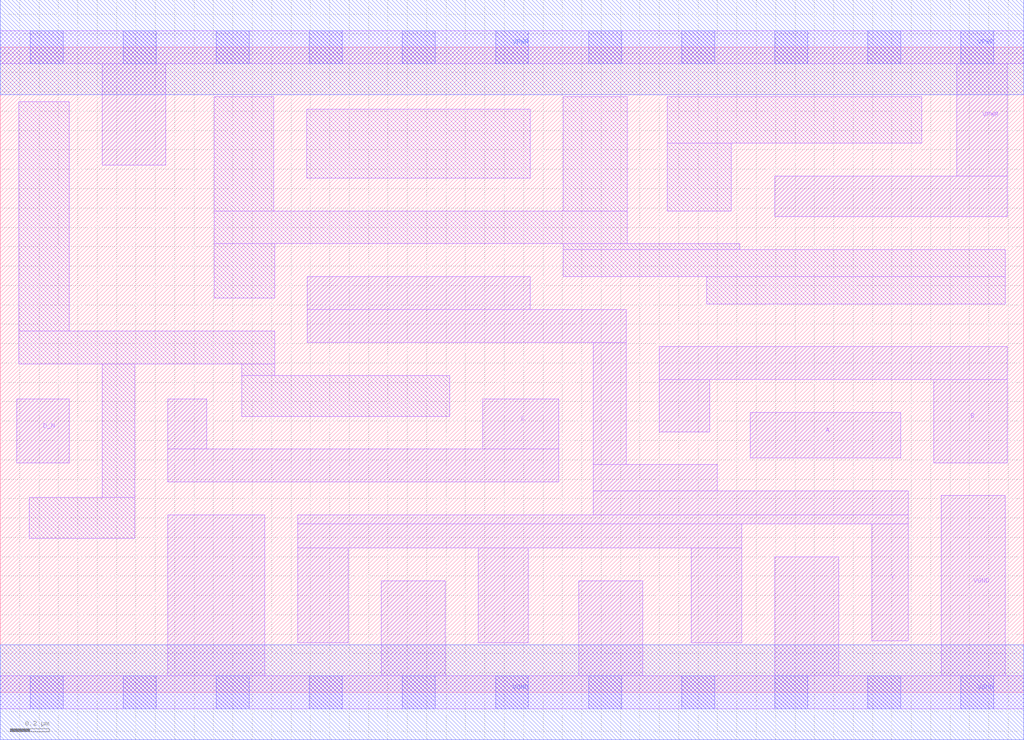
<source format=lef>
# Copyright 2020 The SkyWater PDK Authors
#
# Licensed under the Apache License, Version 2.0 (the "License");
# you may not use this file except in compliance with the License.
# You may obtain a copy of the License at
#
#     https://www.apache.org/licenses/LICENSE-2.0
#
# Unless required by applicable law or agreed to in writing, software
# distributed under the License is distributed on an "AS IS" BASIS,
# WITHOUT WARRANTIES OR CONDITIONS OF ANY KIND, either express or implied.
# See the License for the specific language governing permissions and
# limitations under the License.
#
# SPDX-License-Identifier: Apache-2.0

VERSION 5.7 ;
  NAMESCASESENSITIVE ON ;
  NOWIREEXTENSIONATPIN ON ;
  DIVIDERCHAR "/" ;
  BUSBITCHARS "[]" ;
UNITS
  DATABASE MICRONS 200 ;
END UNITS
MACRO sky130_fd_sc_lp__nor4b_2
  CLASS CORE ;
  SOURCE USER ;
  FOREIGN sky130_fd_sc_lp__nor4b_2 ;
  ORIGIN  0.000000  0.000000 ;
  SIZE  5.280000 BY  3.330000 ;
  SYMMETRY X Y R90 ;
  SITE unit ;
  PIN A
    ANTENNAGATEAREA  0.630000 ;
    DIRECTION INPUT ;
    USE SIGNAL ;
    PORT
      LAYER li1 ;
        RECT 3.870000 1.210000 4.645000 1.445000 ;
    END
  END A
  PIN B
    ANTENNAGATEAREA  0.630000 ;
    DIRECTION INPUT ;
    USE SIGNAL ;
    PORT
      LAYER li1 ;
        RECT 3.400000 1.345000 3.660000 1.615000 ;
        RECT 3.400000 1.615000 5.195000 1.785000 ;
        RECT 4.815000 1.185000 5.195000 1.615000 ;
    END
  END B
  PIN C
    ANTENNAGATEAREA  0.630000 ;
    DIRECTION INPUT ;
    USE SIGNAL ;
    PORT
      LAYER li1 ;
        RECT 0.865000 1.085000 2.880000 1.255000 ;
        RECT 0.865000 1.255000 1.065000 1.515000 ;
        RECT 2.490000 1.255000 2.880000 1.515000 ;
    END
  END C
  PIN D_N
    ANTENNAGATEAREA  0.126000 ;
    DIRECTION INPUT ;
    USE SIGNAL ;
    PORT
      LAYER li1 ;
        RECT 0.085000 1.185000 0.355000 1.515000 ;
    END
  END D_N
  PIN Y
    ANTENNADIFFAREA  1.293600 ;
    DIRECTION OUTPUT ;
    USE SIGNAL ;
    PORT
      LAYER li1 ;
        RECT 1.535000 0.255000 1.795000 0.745000 ;
        RECT 1.535000 0.745000 3.825000 0.870000 ;
        RECT 1.535000 0.870000 4.685000 0.915000 ;
        RECT 1.585000 1.805000 3.230000 1.975000 ;
        RECT 1.585000 1.975000 2.735000 2.145000 ;
        RECT 2.465000 0.255000 2.725000 0.745000 ;
        RECT 3.060000 0.915000 4.685000 1.040000 ;
        RECT 3.060000 1.040000 3.700000 1.175000 ;
        RECT 3.060000 1.175000 3.230000 1.805000 ;
        RECT 3.565000 0.255000 3.825000 0.745000 ;
        RECT 4.495000 0.265000 4.685000 0.870000 ;
    END
  END Y
  PIN VGND
    DIRECTION INOUT ;
    USE GROUND ;
    PORT
      LAYER li1 ;
        RECT 0.000000 -0.085000 5.280000 0.085000 ;
        RECT 0.865000  0.085000 1.365000 0.915000 ;
        RECT 1.965000  0.085000 2.295000 0.575000 ;
        RECT 2.985000  0.085000 3.315000 0.575000 ;
        RECT 3.995000  0.085000 4.325000 0.700000 ;
        RECT 4.855000  0.085000 5.185000 1.015000 ;
      LAYER mcon ;
        RECT 0.155000 -0.085000 0.325000 0.085000 ;
        RECT 0.635000 -0.085000 0.805000 0.085000 ;
        RECT 1.115000 -0.085000 1.285000 0.085000 ;
        RECT 1.595000 -0.085000 1.765000 0.085000 ;
        RECT 2.075000 -0.085000 2.245000 0.085000 ;
        RECT 2.555000 -0.085000 2.725000 0.085000 ;
        RECT 3.035000 -0.085000 3.205000 0.085000 ;
        RECT 3.515000 -0.085000 3.685000 0.085000 ;
        RECT 3.995000 -0.085000 4.165000 0.085000 ;
        RECT 4.475000 -0.085000 4.645000 0.085000 ;
        RECT 4.955000 -0.085000 5.125000 0.085000 ;
      LAYER met1 ;
        RECT 0.000000 -0.245000 5.280000 0.245000 ;
    END
  END VGND
  PIN VPWR
    DIRECTION INOUT ;
    USE POWER ;
    PORT
      LAYER li1 ;
        RECT 0.000000 3.245000 5.280000 3.415000 ;
        RECT 0.525000 2.720000 0.855000 3.245000 ;
        RECT 3.995000 2.455000 5.195000 2.665000 ;
        RECT 4.935000 2.665000 5.195000 3.245000 ;
      LAYER mcon ;
        RECT 0.155000 3.245000 0.325000 3.415000 ;
        RECT 0.635000 3.245000 0.805000 3.415000 ;
        RECT 1.115000 3.245000 1.285000 3.415000 ;
        RECT 1.595000 3.245000 1.765000 3.415000 ;
        RECT 2.075000 3.245000 2.245000 3.415000 ;
        RECT 2.555000 3.245000 2.725000 3.415000 ;
        RECT 3.035000 3.245000 3.205000 3.415000 ;
        RECT 3.515000 3.245000 3.685000 3.415000 ;
        RECT 3.995000 3.245000 4.165000 3.415000 ;
        RECT 4.475000 3.245000 4.645000 3.415000 ;
        RECT 4.955000 3.245000 5.125000 3.415000 ;
      LAYER met1 ;
        RECT 0.000000 3.085000 5.280000 3.575000 ;
    END
  END VPWR
  OBS
    LAYER li1 ;
      RECT 0.095000 1.695000 1.415000 1.865000 ;
      RECT 0.095000 1.865000 0.355000 3.050000 ;
      RECT 0.150000 0.795000 0.695000 1.005000 ;
      RECT 0.525000 1.005000 0.695000 1.695000 ;
      RECT 1.105000 2.035000 1.415000 2.315000 ;
      RECT 1.105000 2.315000 3.235000 2.485000 ;
      RECT 1.105000 2.485000 1.410000 3.075000 ;
      RECT 1.245000 1.425000 2.320000 1.635000 ;
      RECT 1.245000 1.635000 1.415000 1.695000 ;
      RECT 1.580000 2.655000 2.735000 3.010000 ;
      RECT 2.905000 2.145000 5.185000 2.285000 ;
      RECT 2.905000 2.285000 3.815000 2.315000 ;
      RECT 2.905000 2.485000 3.235000 3.075000 ;
      RECT 3.440000 2.485000 3.770000 2.835000 ;
      RECT 3.440000 2.835000 4.755000 3.075000 ;
      RECT 3.645000 2.005000 5.185000 2.145000 ;
  END
END sky130_fd_sc_lp__nor4b_2

</source>
